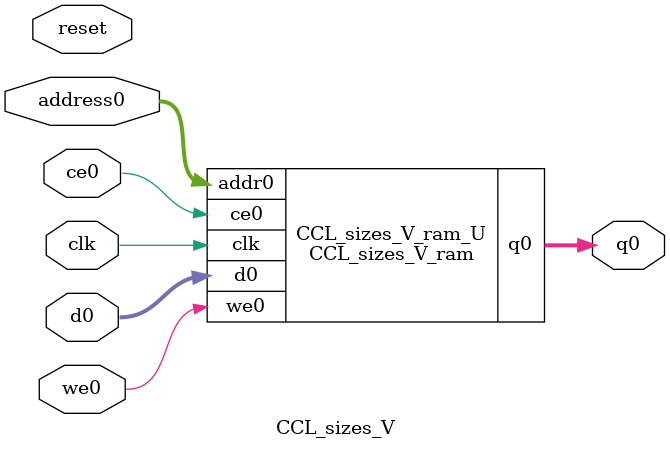
<source format=v>
`timescale 1 ns / 1 ps
module CCL_sizes_V_ram (addr0, ce0, d0, we0, q0,  clk);

parameter DWIDTH = 17;
parameter AWIDTH = 17;
parameter MEM_SIZE = 129600;

input[AWIDTH-1:0] addr0;
input ce0;
input[DWIDTH-1:0] d0;
input we0;
output reg[DWIDTH-1:0] q0;
input clk;

(* ram_style = "block" *)reg [DWIDTH-1:0] ram[0:MEM_SIZE-1];




always @(posedge clk)  
begin 
    if (ce0) begin
        if (we0) 
            ram[addr0] <= d0; 
        q0 <= ram[addr0];
    end
end


endmodule

`timescale 1 ns / 1 ps
module CCL_sizes_V(
    reset,
    clk,
    address0,
    ce0,
    we0,
    d0,
    q0);

parameter DataWidth = 32'd17;
parameter AddressRange = 32'd129600;
parameter AddressWidth = 32'd17;
input reset;
input clk;
input[AddressWidth - 1:0] address0;
input ce0;
input we0;
input[DataWidth - 1:0] d0;
output[DataWidth - 1:0] q0;



CCL_sizes_V_ram CCL_sizes_V_ram_U(
    .clk( clk ),
    .addr0( address0 ),
    .ce0( ce0 ),
    .we0( we0 ),
    .d0( d0 ),
    .q0( q0 ));

endmodule


</source>
